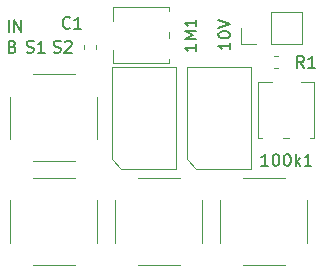
<source format=gbr>
%TF.GenerationSoftware,KiCad,Pcbnew,(5.1.6)-1*%
%TF.CreationDate,2020-09-06T17:04:42-07:00*%
%TF.ProjectId,frontendtest,66726f6e-7465-46e6-9474-6573742e6b69,rev?*%
%TF.SameCoordinates,Original*%
%TF.FileFunction,Legend,Top*%
%TF.FilePolarity,Positive*%
%FSLAX46Y46*%
G04 Gerber Fmt 4.6, Leading zero omitted, Abs format (unit mm)*
G04 Created by KiCad (PCBNEW (5.1.6)-1) date 2020-09-06 17:04:42*
%MOMM*%
%LPD*%
G01*
G04 APERTURE LIST*
%ADD10C,0.150000*%
%ADD11C,0.120000*%
G04 APERTURE END LIST*
D10*
X76200095Y-113180761D02*
X76342952Y-113228380D01*
X76581047Y-113228380D01*
X76676285Y-113180761D01*
X76723904Y-113133142D01*
X76771523Y-113037904D01*
X76771523Y-112942666D01*
X76723904Y-112847428D01*
X76676285Y-112799809D01*
X76581047Y-112752190D01*
X76390571Y-112704571D01*
X76295333Y-112656952D01*
X76247714Y-112609333D01*
X76200095Y-112514095D01*
X76200095Y-112418857D01*
X76247714Y-112323619D01*
X76295333Y-112276000D01*
X76390571Y-112228380D01*
X76628666Y-112228380D01*
X76771523Y-112276000D01*
X77152476Y-112323619D02*
X77200095Y-112276000D01*
X77295333Y-112228380D01*
X77533428Y-112228380D01*
X77628666Y-112276000D01*
X77676285Y-112323619D01*
X77723904Y-112418857D01*
X77723904Y-112514095D01*
X77676285Y-112656952D01*
X77104857Y-113228380D01*
X77723904Y-113228380D01*
X73914095Y-113180761D02*
X74056952Y-113228380D01*
X74295047Y-113228380D01*
X74390285Y-113180761D01*
X74437904Y-113133142D01*
X74485523Y-113037904D01*
X74485523Y-112942666D01*
X74437904Y-112847428D01*
X74390285Y-112799809D01*
X74295047Y-112752190D01*
X74104571Y-112704571D01*
X74009333Y-112656952D01*
X73961714Y-112609333D01*
X73914095Y-112514095D01*
X73914095Y-112418857D01*
X73961714Y-112323619D01*
X74009333Y-112276000D01*
X74104571Y-112228380D01*
X74342666Y-112228380D01*
X74485523Y-112276000D01*
X75437904Y-113228380D02*
X74866476Y-113228380D01*
X75152190Y-113228380D02*
X75152190Y-112228380D01*
X75056952Y-112371238D01*
X74961714Y-112466476D01*
X74866476Y-112514095D01*
X91130380Y-112379047D02*
X91130380Y-112950476D01*
X91130380Y-112664761D02*
X90130380Y-112664761D01*
X90273238Y-112760000D01*
X90368476Y-112855238D01*
X90416095Y-112950476D01*
X90130380Y-111760000D02*
X90130380Y-111664761D01*
X90178000Y-111569523D01*
X90225619Y-111521904D01*
X90320857Y-111474285D01*
X90511333Y-111426666D01*
X90749428Y-111426666D01*
X90939904Y-111474285D01*
X91035142Y-111521904D01*
X91082761Y-111569523D01*
X91130380Y-111664761D01*
X91130380Y-111760000D01*
X91082761Y-111855238D01*
X91035142Y-111902857D01*
X90939904Y-111950476D01*
X90749428Y-111998095D01*
X90511333Y-111998095D01*
X90320857Y-111950476D01*
X90225619Y-111902857D01*
X90178000Y-111855238D01*
X90130380Y-111760000D01*
X90130380Y-111140952D02*
X91130380Y-110807619D01*
X90130380Y-110474285D01*
X72715428Y-112704571D02*
X72858285Y-112752190D01*
X72905904Y-112799809D01*
X72953523Y-112895047D01*
X72953523Y-113037904D01*
X72905904Y-113133142D01*
X72858285Y-113180761D01*
X72763047Y-113228380D01*
X72382095Y-113228380D01*
X72382095Y-112228380D01*
X72715428Y-112228380D01*
X72810666Y-112276000D01*
X72858285Y-112323619D01*
X72905904Y-112418857D01*
X72905904Y-112514095D01*
X72858285Y-112609333D01*
X72810666Y-112656952D01*
X72715428Y-112704571D01*
X72382095Y-112704571D01*
X72374190Y-111450380D02*
X72374190Y-110450380D01*
X72850380Y-111450380D02*
X72850380Y-110450380D01*
X73421809Y-111450380D01*
X73421809Y-110450380D01*
D11*
%TO.C,R1*%
X95158779Y-114556000D02*
X94833221Y-114556000D01*
X95158779Y-113536000D02*
X94833221Y-113536000D01*
%TO.C,C1*%
X78738000Y-112938779D02*
X78738000Y-112613221D01*
X79758000Y-112938779D02*
X79758000Y-112613221D01*
%TO.C,J5*%
X81410000Y-125708000D02*
X81410000Y-129308000D01*
X88770000Y-125708000D02*
X88770000Y-129308000D01*
X83290000Y-131188000D02*
X86890000Y-131188000D01*
X83290000Y-123828000D02*
X86890000Y-123828000D01*
%TO.C,J2*%
X97215000Y-112455000D02*
X97215000Y-109795000D01*
X94615000Y-112455000D02*
X97215000Y-112455000D01*
X94615000Y-109795000D02*
X97215000Y-109795000D01*
X94615000Y-112455000D02*
X94615000Y-109795000D01*
X93345000Y-112455000D02*
X92015000Y-112455000D01*
X92015000Y-112455000D02*
X92015000Y-111125000D01*
%TO.C,U2*%
X88265000Y-123045000D02*
X87465000Y-122245000D01*
X87465000Y-122245000D02*
X87465000Y-114445000D01*
X87465000Y-114445000D02*
X92875000Y-114445000D01*
X92875000Y-114445000D02*
X92875000Y-123045000D01*
X92875000Y-123045000D02*
X88265000Y-123045000D01*
%TO.C,U1*%
X81915000Y-123045000D02*
X81115000Y-122245000D01*
X81115000Y-122245000D02*
X81115000Y-114445000D01*
X81115000Y-114445000D02*
X86525000Y-114445000D01*
X86525000Y-114445000D02*
X86525000Y-123045000D01*
X86525000Y-123045000D02*
X81915000Y-123045000D01*
%TO.C,J4*%
X90300000Y-125708000D02*
X90300000Y-129308000D01*
X97660000Y-125708000D02*
X97660000Y-129308000D01*
X92180000Y-131188000D02*
X95780000Y-131188000D01*
X92180000Y-123828000D02*
X95780000Y-123828000D01*
%TO.C,J3*%
X72520000Y-125708000D02*
X72520000Y-129308000D01*
X79880000Y-125708000D02*
X79880000Y-129308000D01*
X74400000Y-131188000D02*
X78000000Y-131188000D01*
X74400000Y-123828000D02*
X78000000Y-123828000D01*
%TO.C,J1*%
X72520000Y-116945000D02*
X72520000Y-120545000D01*
X79880000Y-116945000D02*
X79880000Y-120545000D01*
X74400000Y-122425000D02*
X78000000Y-122425000D01*
X74400000Y-115065000D02*
X78000000Y-115065000D01*
%TO.C,1M1*%
X85936000Y-113800000D02*
X85936000Y-114130000D01*
X85936000Y-109390000D02*
X85936000Y-109721000D01*
X85936000Y-111501000D02*
X85936000Y-112020000D01*
X81196000Y-109390000D02*
X81196000Y-110520000D01*
X81196000Y-113000000D02*
X81196000Y-114130000D01*
X85936000Y-109390000D02*
X81196000Y-109390000D01*
X85936000Y-114130000D02*
X81196000Y-114130000D01*
%TO.C,100k1*%
X93845000Y-120480000D02*
X93515000Y-120480000D01*
X98255000Y-120480000D02*
X97924000Y-120480000D01*
X96144000Y-120480000D02*
X95625000Y-120480000D01*
X98255000Y-115740000D02*
X97125000Y-115740000D01*
X94645000Y-115740000D02*
X93515000Y-115740000D01*
X98255000Y-120480000D02*
X98255000Y-115740000D01*
X93515000Y-120480000D02*
X93515000Y-115740000D01*
%TO.C,R1*%
D10*
X97369333Y-114498380D02*
X97036000Y-114022190D01*
X96797904Y-114498380D02*
X96797904Y-113498380D01*
X97178857Y-113498380D01*
X97274095Y-113546000D01*
X97321714Y-113593619D01*
X97369333Y-113688857D01*
X97369333Y-113831714D01*
X97321714Y-113926952D01*
X97274095Y-113974571D01*
X97178857Y-114022190D01*
X96797904Y-114022190D01*
X98321714Y-114498380D02*
X97750285Y-114498380D01*
X98036000Y-114498380D02*
X98036000Y-113498380D01*
X97940761Y-113641238D01*
X97845523Y-113736476D01*
X97750285Y-113784095D01*
%TO.C,C1*%
X77557333Y-111101142D02*
X77509714Y-111148761D01*
X77366857Y-111196380D01*
X77271619Y-111196380D01*
X77128761Y-111148761D01*
X77033523Y-111053523D01*
X76985904Y-110958285D01*
X76938285Y-110767809D01*
X76938285Y-110624952D01*
X76985904Y-110434476D01*
X77033523Y-110339238D01*
X77128761Y-110244000D01*
X77271619Y-110196380D01*
X77366857Y-110196380D01*
X77509714Y-110244000D01*
X77557333Y-110291619D01*
X78509714Y-111196380D02*
X77938285Y-111196380D01*
X78224000Y-111196380D02*
X78224000Y-110196380D01*
X78128761Y-110339238D01*
X78033523Y-110434476D01*
X77938285Y-110482095D01*
%TO.C,1M1*%
X88268380Y-112521904D02*
X88268380Y-113093333D01*
X88268380Y-112807619D02*
X87268380Y-112807619D01*
X87411238Y-112902857D01*
X87506476Y-112998095D01*
X87554095Y-113093333D01*
X88268380Y-112093333D02*
X87268380Y-112093333D01*
X87982666Y-111760000D01*
X87268380Y-111426666D01*
X88268380Y-111426666D01*
X88268380Y-110426666D02*
X88268380Y-110998095D01*
X88268380Y-110712380D02*
X87268380Y-110712380D01*
X87411238Y-110807619D01*
X87506476Y-110902857D01*
X87554095Y-110998095D01*
%TO.C,100k1*%
X94337380Y-122812380D02*
X93765952Y-122812380D01*
X94051666Y-122812380D02*
X94051666Y-121812380D01*
X93956428Y-121955238D01*
X93861190Y-122050476D01*
X93765952Y-122098095D01*
X94956428Y-121812380D02*
X95051666Y-121812380D01*
X95146904Y-121860000D01*
X95194523Y-121907619D01*
X95242142Y-122002857D01*
X95289761Y-122193333D01*
X95289761Y-122431428D01*
X95242142Y-122621904D01*
X95194523Y-122717142D01*
X95146904Y-122764761D01*
X95051666Y-122812380D01*
X94956428Y-122812380D01*
X94861190Y-122764761D01*
X94813571Y-122717142D01*
X94765952Y-122621904D01*
X94718333Y-122431428D01*
X94718333Y-122193333D01*
X94765952Y-122002857D01*
X94813571Y-121907619D01*
X94861190Y-121860000D01*
X94956428Y-121812380D01*
X95908809Y-121812380D02*
X96004047Y-121812380D01*
X96099285Y-121860000D01*
X96146904Y-121907619D01*
X96194523Y-122002857D01*
X96242142Y-122193333D01*
X96242142Y-122431428D01*
X96194523Y-122621904D01*
X96146904Y-122717142D01*
X96099285Y-122764761D01*
X96004047Y-122812380D01*
X95908809Y-122812380D01*
X95813571Y-122764761D01*
X95765952Y-122717142D01*
X95718333Y-122621904D01*
X95670714Y-122431428D01*
X95670714Y-122193333D01*
X95718333Y-122002857D01*
X95765952Y-121907619D01*
X95813571Y-121860000D01*
X95908809Y-121812380D01*
X96670714Y-122812380D02*
X96670714Y-121812380D01*
X96765952Y-122431428D02*
X97051666Y-122812380D01*
X97051666Y-122145714D02*
X96670714Y-122526666D01*
X98004047Y-122812380D02*
X97432619Y-122812380D01*
X97718333Y-122812380D02*
X97718333Y-121812380D01*
X97623095Y-121955238D01*
X97527857Y-122050476D01*
X97432619Y-122098095D01*
%TD*%
M02*

</source>
